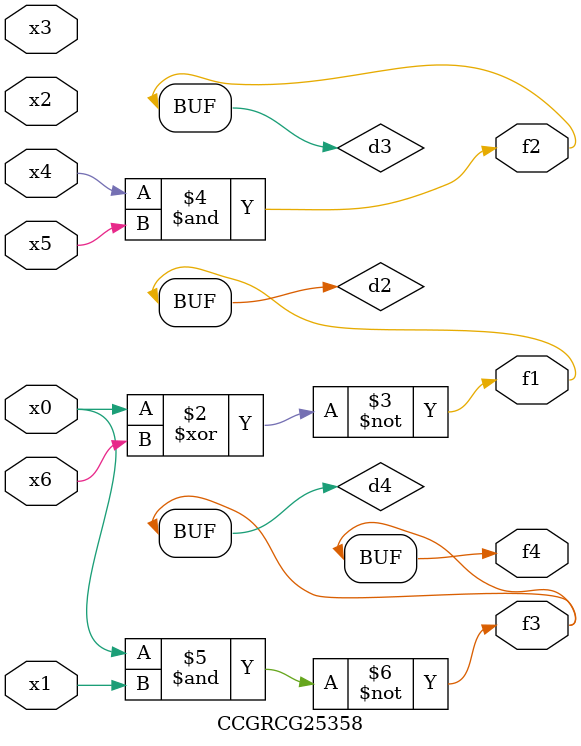
<source format=v>
module CCGRCG25358(
	input x0, x1, x2, x3, x4, x5, x6,
	output f1, f2, f3, f4
);

	wire d1, d2, d3, d4;

	nor (d1, x0);
	xnor (d2, x0, x6);
	and (d3, x4, x5);
	nand (d4, x0, x1);
	assign f1 = d2;
	assign f2 = d3;
	assign f3 = d4;
	assign f4 = d4;
endmodule

</source>
